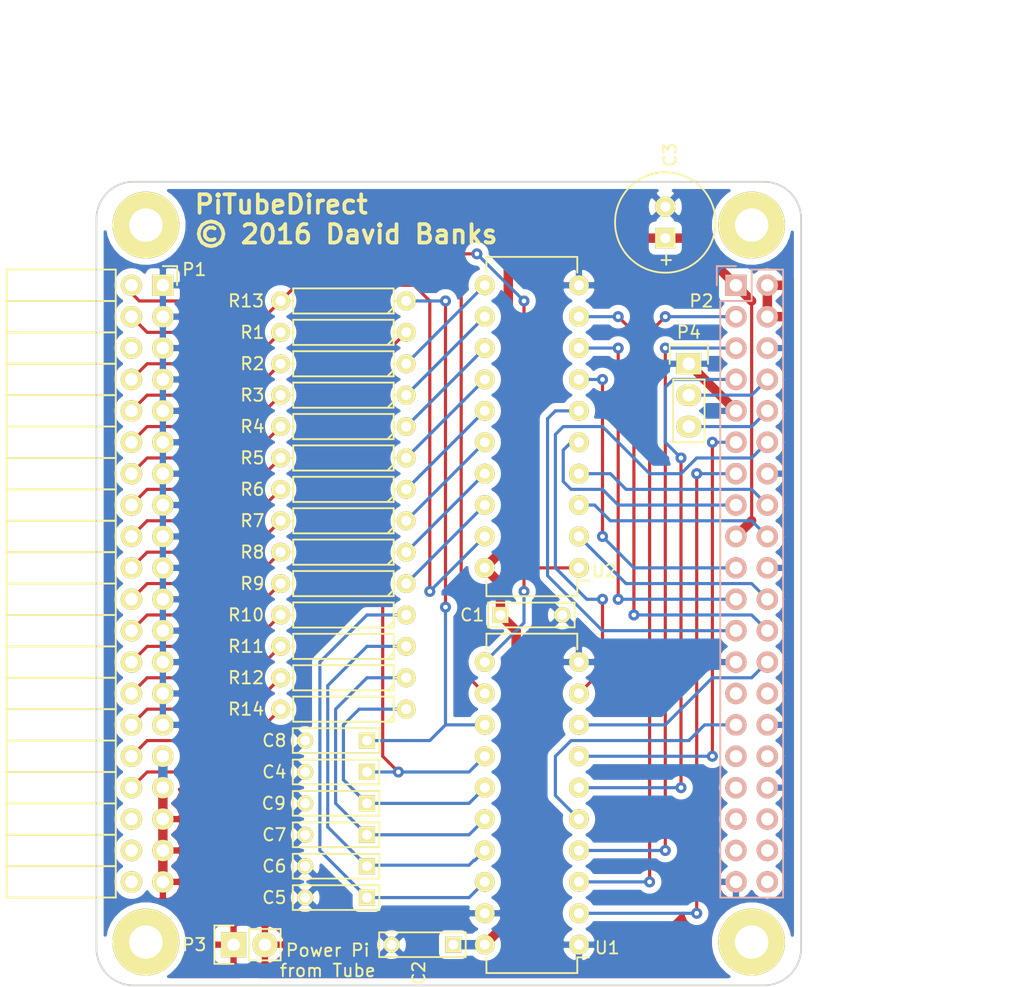
<source format=kicad_pcb>
(kicad_pcb (version 4) (host pcbnew 4.0.2+e4-6225~38~ubuntu14.04.1-stable)
  (layers (0 Top signal) (31 Bottom signal) (34 B.Paste user hide) (35 F.Paste user hide) (36 B.SilkS user) (37 F.SilkS user) (38 B.Mask user hide) (39 F.Mask user hide) (44 Edge.Cuts user))
  (net 0 "")
  (net 1 VCC)
  (net 2 GND)
  (net 3 /tnRST)
  (net 4 /TA0)
  (net 5 /TA1)
  (net 6 /TA2)
  (net 7 /TRnW)
  (net 8 /TPHI2)
  (net 9 "Net-(P1-Pad6)")
  (net 10 /TnTUBE)
  (net 11 "Net-(P1-Pad10)")
  (net 12 "Net-(P1-Pad12)")
  (net 13 "Net-(P1-Pad14)")
  (net 14 "Net-(P1-Pad16)")
  (net 15 "Net-(P1-Pad18)")
  (net 16 "Net-(P1-Pad20)")
  (net 17 "Net-(P1-Pad22)")
  (net 18 "Net-(P1-Pad24)")
  (net 19 "Net-(P1-Pad26)")
  (net 20 "Net-(P1-Pad28)")
  (net 21 "Net-(P1-Pad30)")
  (net 22 +5V)
  (net 23 "Net-(P1-Pad32)")
  (net 24 "Net-(P1-Pad34)")
  (net 25 "Net-(P1-Pad36)")
  (net 26 "Net-(P1-Pad38)")
  (net 27 "Net-(P1-Pad40)")
  (net 28 "Net-(P2-Pad2)")
  (net 29 /A1)
  (net 30 /A2)
  (net 31 /nRST)
  (net 32 "Net-(P2-Pad8)")
  (net 33 "Net-(P2-Pad10)")
  (net 34 /nTUBE)
  (net 35 /RnW)
  (net 36 /A0)
  (net 37 /D4)
  (net 38 /D5)
  (net 39 /D6)
  (net 40 /D2)
  (net 41 /D1)
  (net 42 /D7)
  (net 43 /D3)
  (net 44 /D0)
  (net 45 /PHI2)
  (net 46 /TD0)
  (net 47 /TD1)
  (net 48 /TD2)
  (net 49 /TD3)
  (net 50 /TD4)
  (net 51 /TD5)
  (net 52 /TD6)
  (net 53 /TD7)
  (net 54 "Net-(P1-Pad8)")
  (net 55 "Net-(P2-Pad27)")
  (net 56 "Net-(P2-Pad28)")
  (net 57 "Net-(P2-Pad31)")
  (net 58 "Net-(P2-Pad32)")
  (net 59 "Net-(P2-Pad33)")
  (net 60 "Net-(P2-Pad35)")
  (net 61 "Net-(P2-Pad36)")
  (net 62 "Net-(P2-Pad37)")
  (net 63 "Net-(P2-Pad38)")
  (net 64 "Net-(P2-Pad40)")
  (net 65 /TA3)
  (net 66 /A3)
  (module Capacitors_ThroughHole:C_Rect_L7_W2_P5 (layer Top) (at 138.43 117.475 180)
    (fp_text reference C4 (at 7.493 0 180) (layer F.SilkS))
    (fp_text value 4n7)
    (pad 1 thru_hole rect (at 0 0 180) (size 1.3 1.3) (drill 0.8) (layers *.Cu *.Mask F.SilkS) (net 3 /tnRST))
    (pad 2 thru_hole circle (at 5 0 180) (size 1.3 1.3) (drill 0.8) (layers *.Cu *.Mask F.SilkS) (net 2 GND))
  )
  (module Pin_Headers:Pin_Header_Straight_1x03 (layer Top) (at 164.465 84.455)
    (fp_text reference P4 (at 0 -2.54) (layer F.SilkS))
    (fp_text value CONN_01X03)
    (pad 1 thru_hole rect (at 0 0) (size 2.032 1.7272) (drill 1.016) (layers *.Cu *.Mask F.SilkS) (net 2 GND))
    (pad 2 thru_hole oval (at 0 2.54) (size 2.032 1.7272) (drill 1.016) (layers *.Cu *.Mask F.SilkS) (net 32 "Net-(P2-Pad8)"))
    (pad 3 thru_hole oval (at 0 5.08) (size 2.032 1.7272) (drill 1.016) (layers *.Cu *.Mask F.SilkS) (net 33 "Net-(P2-Pad10)"))
  )
  (module Discret:C1V8 (layer Top) (at 162.56 73.025 90)
    (fp_text reference C3 (at 5.461 0.381 90) (layer F.SilkS))
    (fp_text value 22u)
    (fp_text user + (at -3.04546 0 90) (layer F.SilkS))
    (pad 1 thru_hole rect (at -1.27 0 90) (size 1.651 1.651) (drill 0.8128) (layers *.Cu *.Mask F.SilkS) (net 1 VCC))
    (pad 2 thru_hole circle (at 1.27 0 90) (size 1.651 1.651) (drill 0.8128) (layers *.Cu *.Mask F.SilkS) (net 2 GND))
  )
  (module Capacitors_ThroughHole:C_Rect_L7_W2_P5 (layer Top) (at 145.415 131.445 180)
    (fp_text reference C2 (at 2.794 -2.286 270) (layer F.SilkS))
    (fp_text value 100n)
    (pad 1 thru_hole rect (at 0 0 180) (size 1.3 1.3) (drill 0.8) (layers *.Cu *.Mask F.SilkS) (net 1 VCC))
    (pad 2 thru_hole circle (at 5 0 180) (size 1.3 1.3) (drill 0.8) (layers *.Cu *.Mask F.SilkS) (net 2 GND))
  )
  (module Housings_DIP:DIP-20_W7.62mm (layer Top) (at 155.575 100.965 180)
    (fp_text reference U2 (at -2.032 -0.254 180) (layer F.SilkS))
    (fp_text value 74LVC245AN)
    (pad 1 thru_hole oval (at 0 0 180) (size 1.6 1.6) (drill 0.8) (layers *.Cu *.Mask F.SilkS) (net 7 /TRnW))
    (pad 2 thru_hole oval (at 0 2.54 180) (size 1.6 1.6) (drill 0.8) (layers *.Cu *.Mask F.SilkS) (net 42 /D7))
    (pad 3 thru_hole oval (at 0 5.08 180) (size 1.6 1.6) (drill 0.8) (layers *.Cu *.Mask F.SilkS) (net 39 /D6))
    (pad 4 thru_hole oval (at 0 7.62 180) (size 1.6 1.6) (drill 0.8) (layers *.Cu *.Mask F.SilkS) (net 38 /D5))
    (pad 5 thru_hole oval (at 0 10.16 180) (size 1.6 1.6) (drill 0.8) (layers *.Cu *.Mask F.SilkS) (net 37 /D4))
    (pad 6 thru_hole oval (at 0 12.7 180) (size 1.6 1.6) (drill 0.8) (layers *.Cu *.Mask F.SilkS) (net 43 /D3))
    (pad 7 thru_hole oval (at 0 15.24 180) (size 1.6 1.6) (drill 0.8) (layers *.Cu *.Mask F.SilkS) (net 40 /D2))
    (pad 8 thru_hole oval (at 0 17.78 180) (size 1.6 1.6) (drill 0.8) (layers *.Cu *.Mask F.SilkS) (net 41 /D1))
    (pad 9 thru_hole oval (at 0 20.32 180) (size 1.6 1.6) (drill 0.8) (layers *.Cu *.Mask F.SilkS) (net 44 /D0))
    (pad 10 thru_hole oval (at 0 22.86 180) (size 1.6 1.6) (drill 0.8) (layers *.Cu *.Mask F.SilkS) (net 2 GND))
    (pad 11 thru_hole oval (at 7.62 22.86 180) (size 1.6 1.6) (drill 0.8) (layers *.Cu *.Mask F.SilkS) (net 46 /TD0))
    (pad 12 thru_hole oval (at 7.62 20.32 180) (size 1.6 1.6) (drill 0.8) (layers *.Cu *.Mask F.SilkS) (net 47 /TD1))
    (pad 13 thru_hole oval (at 7.62 17.78 180) (size 1.6 1.6) (drill 0.8) (layers *.Cu *.Mask F.SilkS) (net 48 /TD2))
    (pad 14 thru_hole oval (at 7.62 15.24 180) (size 1.6 1.6) (drill 0.8) (layers *.Cu *.Mask F.SilkS) (net 49 /TD3))
    (pad 15 thru_hole oval (at 7.62 12.7 180) (size 1.6 1.6) (drill 0.8) (layers *.Cu *.Mask F.SilkS) (net 50 /TD4))
    (pad 16 thru_hole oval (at 7.62 10.16 180) (size 1.6 1.6) (drill 0.8) (layers *.Cu *.Mask F.SilkS) (net 51 /TD5))
    (pad 17 thru_hole oval (at 7.62 7.62 180) (size 1.6 1.6) (drill 0.8) (layers *.Cu *.Mask F.SilkS) (net 52 /TD6))
    (pad 18 thru_hole oval (at 7.62 5.08 180) (size 1.6 1.6) (drill 0.8) (layers *.Cu *.Mask F.SilkS) (net 53 /TD7))
    (pad 19 thru_hole oval (at 7.62 2.54 180) (size 1.6 1.6) (drill 0.8) (layers *.Cu *.Mask F.SilkS) (net 54 "Net-(P1-Pad8)"))
    (pad 20 thru_hole oval (at 7.62 0 180) (size 1.6 1.6) (drill 0.8) (layers *.Cu *.Mask F.SilkS) (net 1 VCC))
  )
  (module Capacitors_ThroughHole:C_Rect_L7_W2_P5 (layer Top) (at 149.225 104.775)
    (fp_text reference C1 (at -2.286 0) (layer F.SilkS))
    (fp_text value 100n)
    (pad 1 thru_hole rect (at 0 0) (size 1.3 1.3) (drill 0.8) (layers *.Cu *.Mask F.SilkS) (net 1 VCC))
    (pad 2 thru_hole circle (at 5 0) (size 1.3 1.3) (drill 0.8) (layers *.Cu *.Mask F.SilkS) (net 2 GND))
  )
  (module Pin_Headers:Pin_Header_Straight_1x02 (layer Top) (at 127.635 131.445 90)
    (fp_text reference P3 (at 0 -3.175 360) (layer F.SilkS))
    (fp_text value CONN_01X02)
    (pad 1 thru_hole rect (at 0 0 90) (size 2.032 2.032) (drill 1.016) (layers *.Cu *.Mask F.SilkS) (net 22 +5V))
    (pad 2 thru_hole oval (at 0 2.54 90) (size 2.032 2.032) (drill 1.016) (layers *.Cu *.Mask F.SilkS) (net 28 "Net-(P2-Pad2)"))
  )
  (module Housings_DIP:DIP-20_W7.62mm (layer Top) (at 155.575 131.445 180)
    (fp_text reference U1 (at -2.286 -0.254 180) (layer F.SilkS))
    (fp_text value 74LVC245AN)
    (pad 1 thru_hole oval (at 0 0 180) (size 1.6 1.6) (drill 0.8) (layers *.Cu *.Mask F.SilkS) (net 2 GND))
    (pad 2 thru_hole oval (at 0 2.54 180) (size 1.6 1.6) (drill 0.8) (layers *.Cu *.Mask F.SilkS) (net 36 /A0))
    (pad 3 thru_hole oval (at 0 5.08 180) (size 1.6 1.6) (drill 0.8) (layers *.Cu *.Mask F.SilkS) (net 29 /A1))
    (pad 4 thru_hole oval (at 0 7.62 180) (size 1.6 1.6) (drill 0.8) (layers *.Cu *.Mask F.SilkS) (net 30 /A2))
    (pad 5 thru_hole oval (at 0 10.16 180) (size 1.6 1.6) (drill 0.8) (layers *.Cu *.Mask F.SilkS) (net 66 /A3))
    (pad 6 thru_hole oval (at 0 12.7 180) (size 1.6 1.6) (drill 0.8) (layers *.Cu *.Mask F.SilkS) (net 31 /nRST))
    (pad 7 thru_hole oval (at 0 15.24 180) (size 1.6 1.6) (drill 0.8) (layers *.Cu *.Mask F.SilkS) (net 34 /nTUBE))
    (pad 8 thru_hole oval (at 0 17.78 180) (size 1.6 1.6) (drill 0.8) (layers *.Cu *.Mask F.SilkS) (net 45 /PHI2))
    (pad 9 thru_hole oval (at 0 20.32 180) (size 1.6 1.6) (drill 0.8) (layers *.Cu *.Mask F.SilkS) (net 35 /RnW))
    (pad 10 thru_hole oval (at 0 22.86 180) (size 1.6 1.6) (drill 0.8) (layers *.Cu *.Mask F.SilkS) (net 2 GND))
    (pad 11 thru_hole oval (at 7.62 22.86 180) (size 1.6 1.6) (drill 0.8) (layers *.Cu *.Mask F.SilkS) (net 7 /TRnW))
    (pad 12 thru_hole oval (at 7.62 20.32 180) (size 1.6 1.6) (drill 0.8) (layers *.Cu *.Mask F.SilkS) (net 8 /TPHI2))
    (pad 13 thru_hole oval (at 7.62 17.78 180) (size 1.6 1.6) (drill 0.8) (layers *.Cu *.Mask F.SilkS) (net 10 /TnTUBE))
    (pad 14 thru_hole oval (at 7.62 15.24 180) (size 1.6 1.6) (drill 0.8) (layers *.Cu *.Mask F.SilkS) (net 3 /tnRST))
    (pad 15 thru_hole oval (at 7.62 12.7 180) (size 1.6 1.6) (drill 0.8) (layers *.Cu *.Mask F.SilkS) (net 65 /TA3))
    (pad 16 thru_hole oval (at 7.62 10.16 180) (size 1.6 1.6) (drill 0.8) (layers *.Cu *.Mask F.SilkS) (net 6 /TA2))
    (pad 17 thru_hole oval (at 7.62 7.62 180) (size 1.6 1.6) (drill 0.8) (layers *.Cu *.Mask F.SilkS) (net 5 /TA1))
    (pad 18 thru_hole oval (at 7.62 5.08 180) (size 1.6 1.6) (drill 0.8) (layers *.Cu *.Mask F.SilkS) (net 4 /TA0))
    (pad 19 thru_hole oval (at 7.62 2.54 180) (size 1.6 1.6) (drill 0.8) (layers *.Cu *.Mask F.SilkS) (net 2 GND))
    (pad 20 thru_hole oval (at 7.62 0 180) (size 1.6 1.6) (drill 0.8) (layers *.Cu *.Mask F.SilkS) (net 1 VCC))
  )
  (module Capacitors_ThroughHole:C_Rect_L7_W2_P5 (layer Top) (at 138.43 125.095 180)
    (fp_text reference C6 (at 7.493 0 180) (layer F.SilkS))
    (fp_text value 15p)
    (pad 1 thru_hole rect (at 0 0 180) (size 1.3 1.3) (drill 0.8) (layers *.Cu *.Mask F.SilkS) (net 5 /TA1))
    (pad 2 thru_hole circle (at 5 0 180) (size 1.3 1.3) (drill 0.8) (layers *.Cu *.Mask F.SilkS) (net 2 GND))
  )
  (module Capacitors_ThroughHole:C_Rect_L7_W2_P5 (layer Top) (at 138.43 127.635 180)
    (fp_text reference C5 (at 7.493 0 180) (layer F.SilkS))
    (fp_text value 15p)
    (pad 1 thru_hole rect (at 0 0 180) (size 1.3 1.3) (drill 0.8) (layers *.Cu *.Mask F.SilkS) (net 4 /TA0))
    (pad 2 thru_hole circle (at 5 0 180) (size 1.3 1.3) (drill 0.8) (layers *.Cu *.Mask F.SilkS) (net 2 GND))
  )
  (module Capacitors_ThroughHole:C_Rect_L7_W2_P5 (layer Top) (at 138.43 122.555 180)
    (fp_text reference C7 (at 7.493 0 180) (layer F.SilkS))
    (fp_text value 15p)
    (pad 1 thru_hole rect (at 0 0 180) (size 1.3 1.3) (drill 0.8) (layers *.Cu *.Mask F.SilkS) (net 6 /TA2))
    (pad 2 thru_hole circle (at 5 0 180) (size 1.3 1.3) (drill 0.8) (layers *.Cu *.Mask F.SilkS) (net 2 GND))
  )
  (module Capacitors_ThroughHole:C_Rect_L7_W2_P5 (layer Top) (at 138.43 114.935 180)
    (fp_text reference C8 (at 7.493 0 180) (layer F.SilkS))
    (fp_text value 15p)
    (pad 1 thru_hole rect (at 0 0 180) (size 1.3 1.3) (drill 0.8) (layers *.Cu *.Mask F.SilkS) (net 10 /TnTUBE))
    (pad 2 thru_hole circle (at 5 0 180) (size 1.3 1.3) (drill 0.8) (layers *.Cu *.Mask F.SilkS) (net 2 GND))
  )
  (module Mounting_Holes:MountingHole_2.7mm_M2.5_Pad (layer Top) (at 169.545 73.235)
    (fp_text reference REF** hide)
    (fp_text value MountingHole_2.7mm_M2.5_Pad)
    (pad 1 thru_hole circle (at 0 0) (size 5.4 5.4) (drill 2.7) (layers *.Cu *.Mask F.SilkS))
  )
  (module Mounting_Holes:MountingHole_2.7mm_M2.5_Pad (layer Top) (at 169.545 131.235)
    (fp_text reference REF** hide)
    (fp_text value MountingHole_2.7mm_M2.5_Pad)
    (pad 1 thru_hole circle (at 0 0) (size 5.4 5.4) (drill 2.7) (layers *.Cu *.Mask F.SilkS))
  )
  (module Mounting_Holes:MountingHole_2.7mm_M2.5_Pad (layer Top) (at 120.545 73.235)
    (fp_text reference REF** hide)
    (fp_text value MountingHole_2.7mm_M2.5_Pad)
    (pad 1 thru_hole circle (at 0 0) (size 5.4 5.4) (drill 2.7) (layers *.Cu *.Mask F.SilkS))
  )
  (module Mounting_Holes:MountingHole_2.7mm_M2.5_Pad (layer Top) (at 120.545 131.235)
    (fp_text reference REF** hide)
    (fp_text value MountingHole_2.7mm_M2.5_Pad)
    (pad 1 thru_hole circle (at 0 0) (size 5.4 5.4) (drill 2.7) (layers *.Cu *.Mask F.SilkS))
  )
  (module Discret:R4 (layer Top) (at 136.525 81.915 180)
    (fp_text reference R1 (at 7.366 0 180) (layer F.SilkS))
    (fp_text value 470)
    (pad 1 thru_hole circle (at -5.08 0 180) (size 1.524 1.524) (drill 0.8128) (layers *.Cu *.Mask F.SilkS) (net 3 /tnRST))
    (pad 2 thru_hole circle (at 5.08 0 180) (size 1.524 1.524) (drill 0.8128) (layers *.Cu *.Mask F.SilkS) (net 11 "Net-(P1-Pad10)"))
  )
  (module Discret:R4 (layer Top) (at 136.525 84.455 180)
    (fp_text reference R2 (at 7.366 0 180) (layer F.SilkS))
    (fp_text value 100)
    (pad 1 thru_hole circle (at -5.08 0 180) (size 1.524 1.524) (drill 0.8128) (layers *.Cu *.Mask F.SilkS) (net 46 /TD0))
    (pad 2 thru_hole circle (at 5.08 0 180) (size 1.524 1.524) (drill 0.8128) (layers *.Cu *.Mask F.SilkS) (net 12 "Net-(P1-Pad12)"))
  )
  (module Discret:R4 (layer Top) (at 136.525 86.995 180)
    (fp_text reference R3 (at 7.366 0 180) (layer F.SilkS))
    (fp_text value 100)
    (pad 1 thru_hole circle (at -5.08 0 180) (size 1.524 1.524) (drill 0.8128) (layers *.Cu *.Mask F.SilkS) (net 47 /TD1))
    (pad 2 thru_hole circle (at 5.08 0 180) (size 1.524 1.524) (drill 0.8128) (layers *.Cu *.Mask F.SilkS) (net 13 "Net-(P1-Pad14)"))
  )
  (module Discret:R4 (layer Top) (at 136.525 89.535 180)
    (fp_text reference R4 (at 7.366 0 180) (layer F.SilkS))
    (fp_text value 100)
    (pad 1 thru_hole circle (at -5.08 0 180) (size 1.524 1.524) (drill 0.8128) (layers *.Cu *.Mask F.SilkS) (net 48 /TD2))
    (pad 2 thru_hole circle (at 5.08 0 180) (size 1.524 1.524) (drill 0.8128) (layers *.Cu *.Mask F.SilkS) (net 14 "Net-(P1-Pad16)"))
  )
  (module Discret:R4 (layer Top) (at 136.525 92.075 180)
    (fp_text reference R5 (at 7.366 0 180) (layer F.SilkS))
    (fp_text value 100)
    (pad 1 thru_hole circle (at -5.08 0 180) (size 1.524 1.524) (drill 0.8128) (layers *.Cu *.Mask F.SilkS) (net 49 /TD3))
    (pad 2 thru_hole circle (at 5.08 0 180) (size 1.524 1.524) (drill 0.8128) (layers *.Cu *.Mask F.SilkS) (net 15 "Net-(P1-Pad18)"))
  )
  (module Discret:R4 (layer Top) (at 136.525 94.615 180)
    (fp_text reference R6 (at 7.366 0 180) (layer F.SilkS))
    (fp_text value 100)
    (pad 1 thru_hole circle (at -5.08 0 180) (size 1.524 1.524) (drill 0.8128) (layers *.Cu *.Mask F.SilkS) (net 50 /TD4))
    (pad 2 thru_hole circle (at 5.08 0 180) (size 1.524 1.524) (drill 0.8128) (layers *.Cu *.Mask F.SilkS) (net 16 "Net-(P1-Pad20)"))
  )
  (module Discret:R4 (layer Top) (at 136.525 97.155 180)
    (fp_text reference R7 (at 7.366 0 180) (layer F.SilkS))
    (fp_text value 100)
    (pad 1 thru_hole circle (at -5.08 0 180) (size 1.524 1.524) (drill 0.8128) (layers *.Cu *.Mask F.SilkS) (net 51 /TD5))
    (pad 2 thru_hole circle (at 5.08 0 180) (size 1.524 1.524) (drill 0.8128) (layers *.Cu *.Mask F.SilkS) (net 17 "Net-(P1-Pad22)"))
  )
  (module Discret:R4 (layer Top) (at 136.525 99.695 180)
    (fp_text reference R8 (at 7.366 0 180) (layer F.SilkS))
    (fp_text value 100)
    (pad 1 thru_hole circle (at -5.08 0 180) (size 1.524 1.524) (drill 0.8128) (layers *.Cu *.Mask F.SilkS) (net 52 /TD6))
    (pad 2 thru_hole circle (at 5.08 0 180) (size 1.524 1.524) (drill 0.8128) (layers *.Cu *.Mask F.SilkS) (net 18 "Net-(P1-Pad24)"))
  )
  (module Discret:R4 (layer Top) (at 136.525 102.235 180)
    (fp_text reference R9 (at 7.366 0 180) (layer F.SilkS))
    (fp_text value 100)
    (pad 1 thru_hole circle (at -5.08 0 180) (size 1.524 1.524) (drill 0.8128) (layers *.Cu *.Mask F.SilkS) (net 53 /TD7))
    (pad 2 thru_hole circle (at 5.08 0 180) (size 1.524 1.524) (drill 0.8128) (layers *.Cu *.Mask F.SilkS) (net 19 "Net-(P1-Pad26)"))
  )
  (module Discret:R4 (layer Top) (at 136.525 104.775 180)
    (fp_text reference R10 (at 7.874 0 180) (layer F.SilkS))
    (fp_text value 470)
    (pad 1 thru_hole circle (at -5.08 0 180) (size 1.524 1.524) (drill 0.8128) (layers *.Cu *.Mask F.SilkS) (net 4 /TA0))
    (pad 2 thru_hole circle (at 5.08 0 180) (size 1.524 1.524) (drill 0.8128) (layers *.Cu *.Mask F.SilkS) (net 20 "Net-(P1-Pad28)"))
  )
  (module Discret:R4 (layer Top) (at 136.525 107.315 180)
    (fp_text reference R11 (at 7.874 0 180) (layer F.SilkS))
    (fp_text value 470)
    (pad 1 thru_hole circle (at -5.08 0 180) (size 1.524 1.524) (drill 0.8128) (layers *.Cu *.Mask F.SilkS) (net 5 /TA1))
    (pad 2 thru_hole circle (at 5.08 0 180) (size 1.524 1.524) (drill 0.8128) (layers *.Cu *.Mask F.SilkS) (net 21 "Net-(P1-Pad30)"))
  )
  (module Discret:R4 (layer Top) (at 136.525 109.855 180)
    (fp_text reference R12 (at 7.874 0 180) (layer F.SilkS))
    (fp_text value 470)
    (pad 1 thru_hole circle (at -5.08 0 180) (size 1.524 1.524) (drill 0.8128) (layers *.Cu *.Mask F.SilkS) (net 6 /TA2))
    (pad 2 thru_hole circle (at 5.08 0 180) (size 1.524 1.524) (drill 0.8128) (layers *.Cu *.Mask F.SilkS) (net 23 "Net-(P1-Pad32)"))
  )
  (module Discret:R4 (layer Top) (at 136.525 79.375 180)
    (fp_text reference R13 (at 7.874 0 180) (layer F.SilkS))
    (fp_text value 470)
    (pad 1 thru_hole circle (at -5.08 0 180) (size 1.524 1.524) (drill 0.8128) (layers *.Cu *.Mask F.SilkS) (net 10 /TnTUBE))
    (pad 2 thru_hole circle (at 5.08 0 180) (size 1.524 1.524) (drill 0.8128) (layers *.Cu *.Mask F.SilkS) (net 54 "Net-(P1-Pad8)"))
  )
  (module Socket_Strips:Socket_Strip_Straight_2x20 (layer Bottom) (at 168.275 78.105 270)
    (fp_text reference P2 (at 1.27 2.794 360) (layer F.SilkS))
    (fp_text value CONN_02X20)
    (pad 1 thru_hole rect (at 0 0 270) (size 1.7272 1.7272) (drill 1.016) (layers *.Cu *.Mask B.SilkS) (net 1 VCC))
    (pad 2 thru_hole oval (at 0 -2.54 270) (size 1.7272 1.7272) (drill 1.016) (layers *.Cu *.Mask B.SilkS) (net 28 "Net-(P2-Pad2)"))
    (pad 3 thru_hole oval (at 2.54 0 270) (size 1.7272 1.7272) (drill 1.016) (layers *.Cu *.Mask B.SilkS) (net 29 /A1))
    (pad 4 thru_hole oval (at 2.54 -2.54 270) (size 1.7272 1.7272) (drill 1.016) (layers *.Cu *.Mask B.SilkS) (net 28 "Net-(P2-Pad2)"))
    (pad 5 thru_hole oval (at 5.08 0 270) (size 1.7272 1.7272) (drill 1.016) (layers *.Cu *.Mask B.SilkS) (net 30 /A2))
    (pad 6 thru_hole oval (at 5.08 -2.54 270) (size 1.7272 1.7272) (drill 1.016) (layers *.Cu *.Mask B.SilkS) (net 2 GND))
    (pad 7 thru_hole oval (at 7.62 0 270) (size 1.7272 1.7272) (drill 1.016) (layers *.Cu *.Mask B.SilkS) (net 31 /nRST))
    (pad 8 thru_hole oval (at 7.62 -2.54 270) (size 1.7272 1.7272) (drill 1.016) (layers *.Cu *.Mask B.SilkS) (net 32 "Net-(P2-Pad8)"))
    (pad 9 thru_hole oval (at 10.16 0 270) (size 1.7272 1.7272) (drill 1.016) (layers *.Cu *.Mask B.SilkS) (net 2 GND))
    (pad 10 thru_hole oval (at 10.16 -2.54 270) (size 1.7272 1.7272) (drill 1.016) (layers *.Cu *.Mask B.SilkS) (net 33 "Net-(P2-Pad10)"))
    (pad 11 thru_hole oval (at 12.7 0 270) (size 1.7272 1.7272) (drill 1.016) (layers *.Cu *.Mask B.SilkS) (net 34 /nTUBE))
    (pad 12 thru_hole oval (at 12.7 -2.54 270) (size 1.7272 1.7272) (drill 1.016) (layers *.Cu *.Mask B.SilkS) (net 35 /RnW))
    (pad 13 thru_hole oval (at 15.24 0 270) (size 1.7272 1.7272) (drill 1.016) (layers *.Cu *.Mask B.SilkS) (net 36 /A0))
    (pad 14 thru_hole oval (at 15.24 -2.54 270) (size 1.7272 1.7272) (drill 1.016) (layers *.Cu *.Mask B.SilkS) (net 2 GND))
    (pad 15 thru_hole oval (at 17.78 0 270) (size 1.7272 1.7272) (drill 1.016) (layers *.Cu *.Mask B.SilkS) (net 37 /D4))
    (pad 16 thru_hole oval (at 17.78 -2.54 270) (size 1.7272 1.7272) (drill 1.016) (layers *.Cu *.Mask B.SilkS) (net 38 /D5))
    (pad 17 thru_hole oval (at 20.32 0 270) (size 1.7272 1.7272) (drill 1.016) (layers *.Cu *.Mask B.SilkS) (net 1 VCC))
    (pad 18 thru_hole oval (at 20.32 -2.54 270) (size 1.7272 1.7272) (drill 1.016) (layers *.Cu *.Mask B.SilkS) (net 39 /D6))
    (pad 19 thru_hole oval (at 22.86 0 270) (size 1.7272 1.7272) (drill 1.016) (layers *.Cu *.Mask B.SilkS) (net 40 /D2))
    (pad 20 thru_hole oval (at 22.86 -2.54 270) (size 1.7272 1.7272) (drill 1.016) (layers *.Cu *.Mask B.SilkS) (net 2 GND))
    (pad 21 thru_hole oval (at 25.4 0 270) (size 1.7272 1.7272) (drill 1.016) (layers *.Cu *.Mask B.SilkS) (net 41 /D1))
    (pad 22 thru_hole oval (at 25.4 -2.54 270) (size 1.7272 1.7272) (drill 1.016) (layers *.Cu *.Mask B.SilkS) (net 42 /D7))
    (pad 23 thru_hole oval (at 27.94 0 270) (size 1.7272 1.7272) (drill 1.016) (layers *.Cu *.Mask B.SilkS) (net 43 /D3))
    (pad 24 thru_hole oval (at 27.94 -2.54 270) (size 1.7272 1.7272) (drill 1.016) (layers *.Cu *.Mask B.SilkS) (net 44 /D0))
    (pad 25 thru_hole oval (at 30.48 0 270) (size 1.7272 1.7272) (drill 1.016) (layers *.Cu *.Mask B.SilkS) (net 2 GND))
    (pad 26 thru_hole oval (at 30.48 -2.54 270) (size 1.7272 1.7272) (drill 1.016) (layers *.Cu *.Mask B.SilkS) (net 45 /PHI2))
    (pad 27 thru_hole oval (at 33.02 0 270) (size 1.7272 1.7272) (drill 1.016) (layers *.Cu *.Mask B.SilkS) (net 55 "Net-(P2-Pad27)"))
    (pad 28 thru_hole oval (at 33.02 -2.54 270) (size 1.7272 1.7272) (drill 1.016) (layers *.Cu *.Mask B.SilkS) (net 56 "Net-(P2-Pad28)"))
    (pad 29 thru_hole oval (at 35.56 0 270) (size 1.7272 1.7272) (drill 1.016) (layers *.Cu *.Mask B.SilkS) (net 66 /A3))
    (pad 30 thru_hole oval (at 35.56 -2.54 270) (size 1.7272 1.7272) (drill 1.016) (layers *.Cu *.Mask B.SilkS) (net 2 GND))
    (pad 31 thru_hole oval (at 38.1 0 270) (size 1.7272 1.7272) (drill 1.016) (layers *.Cu *.Mask B.SilkS) (net 57 "Net-(P2-Pad31)"))
    (pad 32 thru_hole oval (at 38.1 -2.54 270) (size 1.7272 1.7272) (drill 1.016) (layers *.Cu *.Mask B.SilkS) (net 58 "Net-(P2-Pad32)"))
    (pad 33 thru_hole oval (at 40.64 0 270) (size 1.7272 1.7272) (drill 1.016) (layers *.Cu *.Mask B.SilkS) (net 59 "Net-(P2-Pad33)"))
    (pad 34 thru_hole oval (at 40.64 -2.54 270) (size 1.7272 1.7272) (drill 1.016) (layers *.Cu *.Mask B.SilkS) (net 2 GND))
    (pad 35 thru_hole oval (at 43.18 0 270) (size 1.7272 1.7272) (drill 1.016) (layers *.Cu *.Mask B.SilkS) (net 60 "Net-(P2-Pad35)"))
    (pad 36 thru_hole oval (at 43.18 -2.54 270) (size 1.7272 1.7272) (drill 1.016) (layers *.Cu *.Mask B.SilkS) (net 61 "Net-(P2-Pad36)"))
    (pad 37 thru_hole oval (at 45.72 0 270) (size 1.7272 1.7272) (drill 1.016) (layers *.Cu *.Mask B.SilkS) (net 62 "Net-(P2-Pad37)"))
    (pad 38 thru_hole oval (at 45.72 -2.54 270) (size 1.7272 1.7272) (drill 1.016) (layers *.Cu *.Mask B.SilkS) (net 63 "Net-(P2-Pad38)"))
    (pad 39 thru_hole oval (at 48.26 0 270) (size 1.7272 1.7272) (drill 1.016) (layers *.Cu *.Mask B.SilkS) (net 2 GND))
    (pad 40 thru_hole oval (at 48.26 -2.54 270) (size 1.7272 1.7272) (drill 1.016) (layers *.Cu *.Mask B.SilkS) (net 64 "Net-(P2-Pad40)"))
  )
  (module Socket_Strips:Socket_Strip_Angled_2x20 (layer Top) (at 121.92 78.105 270)
    (fp_text reference P1 (at -1.27 -2.54 360) (layer F.SilkS))
    (fp_text value CONN_02X20)
    (pad 1 thru_hole rect (at 0 0 270) (size 1.7272 1.7272) (drill 1.016) (layers *.Cu *.Mask F.SilkS) (net 2 GND))
    (pad 2 thru_hole oval (at 0 2.54 270) (size 1.7272 1.7272) (drill 1.016) (layers *.Cu *.Mask F.SilkS) (net 7 /TRnW))
    (pad 3 thru_hole oval (at 2.54 0 270) (size 1.7272 1.7272) (drill 1.016) (layers *.Cu *.Mask F.SilkS) (net 2 GND))
    (pad 4 thru_hole oval (at 2.54 2.54 270) (size 1.7272 1.7272) (drill 1.016) (layers *.Cu *.Mask F.SilkS) (net 8 /TPHI2))
    (pad 5 thru_hole oval (at 5.08 0 270) (size 1.7272 1.7272) (drill 1.016) (layers *.Cu *.Mask F.SilkS) (net 2 GND))
    (pad 6 thru_hole oval (at 5.08 2.54 270) (size 1.7272 1.7272) (drill 1.016) (layers *.Cu *.Mask F.SilkS) (net 9 "Net-(P1-Pad6)"))
    (pad 7 thru_hole oval (at 7.62 0 270) (size 1.7272 1.7272) (drill 1.016) (layers *.Cu *.Mask F.SilkS) (net 2 GND))
    (pad 8 thru_hole oval (at 7.62 2.54 270) (size 1.7272 1.7272) (drill 1.016) (layers *.Cu *.Mask F.SilkS) (net 54 "Net-(P1-Pad8)"))
    (pad 9 thru_hole oval (at 10.16 0 270) (size 1.7272 1.7272) (drill 1.016) (layers *.Cu *.Mask F.SilkS) (net 2 GND))
    (pad 10 thru_hole oval (at 10.16 2.54 270) (size 1.7272 1.7272) (drill 1.016) (layers *.Cu *.Mask F.SilkS) (net 11 "Net-(P1-Pad10)"))
    (pad 11 thru_hole oval (at 12.7 0 270) (size 1.7272 1.7272) (drill 1.016) (layers *.Cu *.Mask F.SilkS) (net 2 GND))
    (pad 12 thru_hole oval (at 12.7 2.54 270) (size 1.7272 1.7272) (drill 1.016) (layers *.Cu *.Mask F.SilkS) (net 12 "Net-(P1-Pad12)"))
    (pad 13 thru_hole oval (at 15.24 0 270) (size 1.7272 1.7272) (drill 1.016) (layers *.Cu *.Mask F.SilkS) (net 2 GND))
    (pad 14 thru_hole oval (at 15.24 2.54 270) (size 1.7272 1.7272) (drill 1.016) (layers *.Cu *.Mask F.SilkS) (net 13 "Net-(P1-Pad14)"))
    (pad 15 thru_hole oval (at 17.78 0 270) (size 1.7272 1.7272) (drill 1.016) (layers *.Cu *.Mask F.SilkS) (net 2 GND))
    (pad 16 thru_hole oval (at 17.78 2.54 270) (size 1.7272 1.7272) (drill 1.016) (layers *.Cu *.Mask F.SilkS) (net 14 "Net-(P1-Pad16)"))
    (pad 17 thru_hole oval (at 20.32 0 270) (size 1.7272 1.7272) (drill 1.016) (layers *.Cu *.Mask F.SilkS) (net 2 GND))
    (pad 18 thru_hole oval (at 20.32 2.54 270) (size 1.7272 1.7272) (drill 1.016) (layers *.Cu *.Mask F.SilkS) (net 15 "Net-(P1-Pad18)"))
    (pad 19 thru_hole oval (at 22.86 0 270) (size 1.7272 1.7272) (drill 1.016) (layers *.Cu *.Mask F.SilkS) (net 2 GND))
    (pad 20 thru_hole oval (at 22.86 2.54 270) (size 1.7272 1.7272) (drill 1.016) (layers *.Cu *.Mask F.SilkS) (net 16 "Net-(P1-Pad20)"))
    (pad 21 thru_hole oval (at 25.4 0 270) (size 1.7272 1.7272) (drill 1.016) (layers *.Cu *.Mask F.SilkS) (net 2 GND))
    (pad 22 thru_hole oval (at 25.4 2.54 270) (size 1.7272 1.7272) (drill 1.016) (layers *.Cu *.Mask F.SilkS) (net 17 "Net-(P1-Pad22)"))
    (pad 23 thru_hole oval (at 27.94 0 270) (size 1.7272 1.7272) (drill 1.016) (layers *.Cu *.Mask F.SilkS) (net 2 GND))
    (pad 24 thru_hole oval (at 27.94 2.54 270) (size 1.7272 1.7272) (drill 1.016) (layers *.Cu *.Mask F.SilkS) (net 18 "Net-(P1-Pad24)"))
    (pad 25 thru_hole oval (at 30.48 0 270) (size 1.7272 1.7272) (drill 1.016) (layers *.Cu *.Mask F.SilkS) (net 2 GND))
    (pad 26 thru_hole oval (at 30.48 2.54 270) (size 1.7272 1.7272) (drill 1.016) (layers *.Cu *.Mask F.SilkS) (net 19 "Net-(P1-Pad26)"))
    (pad 27 thru_hole oval (at 33.02 0 270) (size 1.7272 1.7272) (drill 1.016) (layers *.Cu *.Mask F.SilkS) (net 2 GND))
    (pad 28 thru_hole oval (at 33.02 2.54 270) (size 1.7272 1.7272) (drill 1.016) (layers *.Cu *.Mask F.SilkS) (net 20 "Net-(P1-Pad28)"))
    (pad 29 thru_hole oval (at 35.56 0 270) (size 1.7272 1.7272) (drill 1.016) (layers *.Cu *.Mask F.SilkS) (net 2 GND))
    (pad 30 thru_hole oval (at 35.56 2.54 270) (size 1.7272 1.7272) (drill 1.016) (layers *.Cu *.Mask F.SilkS) (net 21 "Net-(P1-Pad30)"))
    (pad 31 thru_hole oval (at 38.1 0 270) (size 1.7272 1.7272) (drill 1.016) (layers *.Cu *.Mask F.SilkS) (net 22 +5V))
    (pad 32 thru_hole oval (at 38.1 2.54 270) (size 1.7272 1.7272) (drill 1.016) (layers *.Cu *.Mask F.SilkS) (net 23 "Net-(P1-Pad32)"))
    (pad 33 thru_hole oval (at 40.64 0 270) (size 1.7272 1.7272) (drill 1.016) (layers *.Cu *.Mask F.SilkS) (net 22 +5V))
    (pad 34 thru_hole oval (at 40.64 2.54 270) (size 1.7272 1.7272) (drill 1.016) (layers *.Cu *.Mask F.SilkS) (net 24 "Net-(P1-Pad34)"))
    (pad 35 thru_hole oval (at 43.18 0 270) (size 1.7272 1.7272) (drill 1.016) (layers *.Cu *.Mask F.SilkS) (net 22 +5V))
    (pad 36 thru_hole oval (at 43.18 2.54 270) (size 1.7272 1.7272) (drill 1.016) (layers *.Cu *.Mask F.SilkS) (net 25 "Net-(P1-Pad36)"))
    (pad 37 thru_hole oval (at 45.72 0 270) (size 1.7272 1.7272) (drill 1.016) (layers *.Cu *.Mask F.SilkS) (net 22 +5V))
    (pad 38 thru_hole oval (at 45.72 2.54 270) (size 1.7272 1.7272) (drill 1.016) (layers *.Cu *.Mask F.SilkS) (net 26 "Net-(P1-Pad38)"))
    (pad 39 thru_hole oval (at 48.26 0 270) (size 1.7272 1.7272) (drill 1.016) (layers *.Cu *.Mask F.SilkS) (net 22 +5V))
    (pad 40 thru_hole oval (at 48.26 2.54 270) (size 1.7272 1.7272) (drill 1.016) (layers *.Cu *.Mask F.SilkS) (net 27 "Net-(P1-Pad40)"))
  )
  (module Capacitors_ThroughHole:C_Rect_L7_W2_P5 (layer Top) (at 138.43 120.015 180)
    (fp_text reference C9 (at 7.54 0 180) (layer F.SilkS))
    (fp_text value 15p)
    (pad 1 thru_hole rect (at 0 0 180) (size 1.3 1.3) (drill 0.8) (layers *.Cu *.Mask F.SilkS) (net 65 /TA3))
    (pad 2 thru_hole circle (at 5 0 180) (size 1.3 1.3) (drill 0.8) (layers *.Cu *.Mask F.SilkS) (net 2 GND))
  )
  (module Discret:R4 (layer Top) (at 136.525 112.395 180)
    (fp_text reference R14 (at 7.874 0 180) (layer F.SilkS))
    (fp_text value 470)
    (pad 1 thru_hole circle (at -5.08 0 180) (size 1.524 1.524) (drill 0.8128) (layers *.Cu *.Mask F.SilkS) (net 65 /TA3))
    (pad 2 thru_hole circle (at 5.08 0 180) (size 1.524 1.524) (drill 0.8128) (layers *.Cu *.Mask F.SilkS) (net 24 "Net-(P1-Pad34)"))
  )
  (gr_line (start 170.545 69.735) (end 119.545 69.735) (angle 90) (layer Edge.Cuts) (width 0.15))
  (gr_line (start 173.545 131.735) (end 173.545 72.735) (angle 90) (layer Edge.Cuts) (width 0.15))
  (gr_line (start 119.545 134.735) (end 170.545 134.735) (angle 90) (layer Edge.Cuts) (width 0.15))
  (gr_line (start 116.545 72.735) (end 116.545 131.735) (angle 90) (layer Edge.Cuts) (width 0.15))
  (gr_arc (start 119.545 72.735) (end 116.545 72.735) (angle 90) (layer Edge.Cuts) (width 0.15))
  (gr_arc (start 119.545 131.735) (end 119.545 134.735) (angle 90) (layer Edge.Cuts) (width 0.15))
  (gr_arc (start 170.545 131.735) (end 173.545 131.735) (angle 90) (layer Edge.Cuts) (width 0.15))
  (gr_arc (start 170.545 72.735) (end 170.545 69.735) (angle 90) (layer Edge.Cuts) (width 0.15))
  (gr_text "Power Pi\nfrom Tube" (at 135.255 132.715) (layer F.SilkS) (effects (font (size 1.016 1.016) (thickness 0.1524))))
  (gr_text "PiTubeDirect\n© 2016 David Banks" (at 124.333 72.771) (layer F.SilkS) (effects (font (size 1.5 1.5) (thickness 0.3)) (justify left)))
  (segment (start 162.56 74.295) (end 149.86 74.295) (width 0.762) (layer Top) (net 1))
  (segment (start 149.86 74.295) (end 149.86 99.06) (width 0.762) (layer Top) (net 1))
  (segment (start 149.86 99.06) (end 147.955 100.965) (width 0.762) (layer Top) (net 1))
  (segment (start 162.56 74.295) (end 164.465 74.295) (width 0.762) (layer Top) (net 1))
  (segment (start 168.275 78.105) (end 164.465 74.295) (width 0.762) (layer Top) (net 1))
  (segment (start 149.225 104.775) (end 150.495 106.045) (width 0.762) (layer Top) (net 1))
  (segment (start 150.495 128.905) (end 147.955 131.445) (width 0.762) (layer Top) (net 1))
  (segment (start 150.495 106.045) (end 150.495 128.905) (width 0.762) (layer Top) (net 1))
  (segment (start 147.955 100.965) (end 149.225 102.235) (width 0.762) (layer Top) (net 1))
  (segment (start 149.225 102.235) (end 149.225 104.775) (width 0.762) (layer Top) (net 1))
  (segment (start 147.955 131.445) (end 145.415 131.445) (width 0.762) (layer Bottom) (net 1))
  (segment (start 168.275 98.425) (end 169.545 97.155) (width 0.762) (layer Top) (net 1))
  (segment (start 169.545 79.375) (end 168.275 78.105) (width 0.762) (layer Top) (net 1))
  (segment (start 169.545 97.155) (end 169.545 79.375) (width 0.254) (layer Top) (net 1))
  (segment (start 168.275 88.265) (end 164.465 84.455) (width 0.762) (layer Top) (net 2))
  (segment (start 140.97 117.475) (end 146.685 117.475) (width 0.254) (layer Bottom) (net 3))
  (segment (start 147.955 116.205) (end 146.685 117.475) (width 0.254) (layer Bottom) (net 3))
  (segment (start 147.955 116.205) (end 147.155001 117.004999) (width 0.254) (layer Bottom) (net 3))
  (segment (start 141.605 81.915) (end 139.7 83.82) (width 0.254) (layer Top) (net 3))
  (segment (start 139.7 83.82) (end 139.7 116.205) (width 0.254) (layer Top) (net 3))
  (segment (start 139.7 116.205) (end 140.97 117.475) (width 0.254) (layer Top) (net 3))
  (via (at 140.97 117.475) (size 0.889) (drill 0.381) (layers Top Bottom) (net 3))
  (segment (start 138.43 117.475) (end 140.97 117.475) (width 0.254) (layer Bottom) (net 3))
  (segment (start 146.685 127.635) (end 147.955 126.365) (width 0.254) (layer Bottom) (net 4))
  (segment (start 146.685 127.635) (end 138.43 127.635) (width 0.254) (layer Bottom) (net 4))
  (segment (start 138.43 127.635) (end 134.62 123.825) (width 0.254) (layer Bottom) (net 4))
  (segment (start 134.62 121.92) (end 134.62 123.825) (width 0.254) (layer Bottom) (net 4))
  (segment (start 134.62 121.92) (end 134.62 108.585) (width 0.254) (layer Bottom) (net 4))
  (segment (start 134.62 108.585) (end 138.43 104.775) (width 0.254) (layer Bottom) (net 4))
  (segment (start 138.43 104.775) (end 141.605 104.775) (width 0.254) (layer Bottom) (net 4))
  (segment (start 141.605 107.315) (end 138.43 107.315) (width 0.254) (layer Bottom) (net 5))
  (segment (start 138.43 107.315) (end 135.255 110.49) (width 0.254) (layer Bottom) (net 5))
  (segment (start 135.255 110.49) (end 135.255 121.92) (width 0.254) (layer Bottom) (net 5))
  (segment (start 146.685 125.015) (end 147.075001 124.624999) (width 0.254) (layer Bottom) (net 5))
  (segment (start 135.255 121.92) (end 138.35 125.015) (width 0.254) (layer Bottom) (net 5))
  (segment (start 147.075001 124.624999) (end 147.155001 124.624999) (width 0.254) (layer Bottom) (net 5))
  (segment (start 138.35 125.015) (end 146.685 125.015) (width 0.254) (layer Bottom) (net 5))
  (segment (start 147.155001 124.624999) (end 147.955 123.825) (width 0.254) (layer Bottom) (net 5))
  (segment (start 138.43 122.555) (end 135.89 120.015) (width 0.254) (layer Bottom) (net 6))
  (segment (start 135.89 120.015) (end 135.89 112.395) (width 0.254) (layer Bottom) (net 6))
  (segment (start 135.89 112.395) (end 138.43 109.855) (width 0.254) (layer Bottom) (net 6))
  (segment (start 138.43 109.855) (end 141.605 109.855) (width 0.254) (layer Bottom) (net 6))
  (segment (start 147.955 121.285) (end 146.685 122.555) (width 0.254) (layer Bottom) (net 6))
  (segment (start 146.685 122.555) (end 138.43 122.555) (width 0.254) (layer Bottom) (net 6))
  (segment (start 119.38 78.105) (end 119.38 78.74) (width 0.254) (layer Top) (net 7))
  (segment (start 119.38 78.74) (end 120.015 79.375) (width 0.254) (layer Top) (net 7))
  (segment (start 120.015 79.375) (end 123.825 79.375) (width 0.254) (layer Top) (net 7))
  (segment (start 123.825 79.375) (end 127.635 75.565) (width 0.254) (layer Top) (net 7))
  (via (at 147.32 75.565) (size 0.889) (drill 0.381) (layers Top Bottom) (net 7))
  (segment (start 147.32 75.565) (end 127.635 75.565) (width 0.254) (layer Top) (net 7))
  (segment (start 147.32 75.565) (end 151.13 79.375) (width 0.254) (layer Bottom) (net 7))
  (via (at 151.13 79.375) (size 0.889) (drill 0.381) (layers Top Bottom) (net 7))
  (segment (start 151.13 97.155) (end 151.13 79.375) (width 0.254) (layer Top) (net 7))
  (segment (start 151.13 97.155) (end 151.13 100.965) (width 0.254) (layer Top) (net 7))
  (segment (start 151.13 100.965) (end 151.13 102.87) (width 0.254) (layer Top) (net 7))
  (segment (start 151.13 105.41) (end 147.955 108.585) (width 0.254) (layer Bottom) (net 7))
  (segment (start 151.13 104.775) (end 151.13 105.41) (width 0.254) (layer Bottom) (net 7))
  (segment (start 151.13 102.87) (end 151.13 104.775) (width 0.254) (layer Bottom) (net 7))
  (via (at 151.13 102.87) (size 0.889) (drill 0.381) (layers Top Bottom) (net 7))
  (segment (start 147.955 108.585) (end 148.59 108.585) (width 0.254) (layer Top) (net 7))
  (segment (start 151.13 100.965) (end 151.13 100.965) (width 0.254) (layer Top) (net 7))
  (segment (start 151.13 100.965) (end 155.575 100.965) (width 0.254) (layer Top) (net 7))
  (segment (start 119.38 80.645) (end 120.65 81.915) (width 0.254) (layer Top) (net 8))
  (segment (start 120.65 81.915) (end 123.825 81.915) (width 0.254) (layer Top) (net 8))
  (segment (start 146.05 109.22) (end 147.955 111.125) (width 0.254) (layer Top) (net 8))
  (segment (start 146.05 78.105) (end 144.78 76.835) (width 0.254) (layer Top) (net 8))
  (segment (start 146.05 78.105) (end 146.05 109.22) (width 0.254) (layer Top) (net 8))
  (segment (start 144.78 76.835) (end 128.905 76.835) (width 0.254) (layer Top) (net 8))
  (segment (start 123.825 81.915) (end 128.905 76.835) (width 0.254) (layer Top) (net 8))
  (segment (start 143.51 114.935) (end 138.43 114.935) (width 0.254) (layer Bottom) (net 10))
  (segment (start 144.78 113.665) (end 143.51 114.935) (width 0.254) (layer Bottom) (net 10))
  (segment (start 141.605 79.375) (end 144.78 79.375) (width 0.254) (layer Bottom) (net 10))
  (segment (start 144.78 113.665) (end 147.955 113.665) (width 0.254) (layer Bottom) (net 10))
  (via (at 144.78 104.14) (size 0.889) (drill 0.381) (layers Top Bottom) (net 10))
  (segment (start 144.78 79.375) (end 144.78 104.14) (width 0.254) (layer Top) (net 10))
  (via (at 144.78 79.375) (size 0.889) (drill 0.381) (layers Top Bottom) (net 10))
  (segment (start 144.78 113.665) (end 144.78 104.14) (width 0.254) (layer Bottom) (net 10))
  (segment (start 119.38 88.265) (end 120.65 86.995) (width 0.254) (layer Top) (net 11))
  (segment (start 126.365 86.995) (end 131.445 81.915) (width 0.254) (layer Top) (net 11))
  (segment (start 120.65 86.995) (end 126.365 86.995) (width 0.254) (layer Top) (net 11))
  (segment (start 119.38 90.805) (end 120.65 89.535) (width 0.254) (layer Top) (net 12))
  (segment (start 126.365 89.535) (end 131.445 84.455) (width 0.254) (layer Top) (net 12))
  (segment (start 120.65 89.535) (end 126.365 89.535) (width 0.254) (layer Top) (net 12))
  (segment (start 119.38 93.345) (end 120.65 92.075) (width 0.254) (layer Top) (net 13))
  (segment (start 126.365 92.075) (end 131.445 86.995) (width 0.254) (layer Top) (net 13))
  (segment (start 120.65 92.075) (end 126.365 92.075) (width 0.254) (layer Top) (net 13))
  (segment (start 119.38 95.885) (end 120.65 94.615) (width 0.254) (layer Top) (net 14))
  (segment (start 126.365 94.615) (end 131.445 89.535) (width 0.254) (layer Top) (net 14))
  (segment (start 120.65 94.615) (end 126.365 94.615) (width 0.254) (layer Top) (net 14))
  (segment (start 119.38 98.425) (end 120.65 97.155) (width 0.254) (layer Top) (net 15))
  (segment (start 126.365 97.155) (end 131.445 92.075) (width 0.254) (layer Top) (net 15))
  (segment (start 120.65 97.155) (end 126.365 97.155) (width 0.254) (layer Top) (net 15))
  (segment (start 119.38 100.965) (end 120.65 99.695) (width 0.254) (layer Top) (net 16))
  (segment (start 126.365 99.695) (end 131.445 94.615) (width 0.254) (layer Top) (net 16))
  (segment (start 120.65 99.695) (end 126.365 99.695) (width 0.254) (layer Top) (net 16))
  (segment (start 119.38 103.505) (end 120.65 102.235) (width 0.254) (layer Top) (net 17))
  (segment (start 126.365 102.235) (end 131.445 97.155) (width 0.254) (layer Top) (net 17))
  (segment (start 120.65 102.235) (end 126.365 102.235) (width 0.254) (layer Top) (net 17))
  (segment (start 119.38 106.045) (end 120.65 104.775) (width 0.254) (layer Top) (net 18))
  (segment (start 126.365 104.775) (end 131.445 99.695) (width 0.254) (layer Top) (net 18))
  (segment (start 120.65 104.775) (end 126.365 104.775) (width 0.254) (layer Top) (net 18))
  (segment (start 119.38 108.585) (end 120.65 107.315) (width 0.254) (layer Top) (net 19))
  (segment (start 126.365 107.315) (end 131.445 102.235) (width 0.254) (layer Top) (net 19))
  (segment (start 120.65 107.315) (end 126.365 107.315) (width 0.254) (layer Top) (net 19))
  (segment (start 119.38 111.125) (end 120.65 109.855) (width 0.254) (layer Top) (net 20))
  (segment (start 126.365 109.855) (end 131.445 104.775) (width 0.254) (layer Top) (net 20))
  (segment (start 120.65 109.855) (end 126.365 109.855) (width 0.254) (layer Top) (net 20))
  (segment (start 119.38 113.665) (end 120.65 112.395) (width 0.254) (layer Top) (net 21))
  (segment (start 126.365 112.395) (end 131.445 107.315) (width 0.254) (layer Top) (net 21))
  (segment (start 120.65 112.395) (end 126.365 112.395) (width 0.254) (layer Top) (net 21))
  (segment (start 121.92 116.205) (end 121.92 118.745) (width 0.762) (layer Bottom) (net 22))
  (segment (start 121.92 118.745) (end 121.92 121.285) (width 0.762) (layer Top) (net 22))
  (segment (start 121.92 121.285) (end 121.92 123.825) (width 0.762) (layer Top) (net 22))
  (segment (start 121.92 123.825) (end 121.92 126.365) (width 0.762) (layer Top) (net 22))
  (segment (start 119.38 116.205) (end 120.65 114.935) (width 0.254) (layer Top) (net 23))
  (segment (start 126.365 114.935) (end 131.445 109.855) (width 0.254) (layer Top) (net 23))
  (segment (start 120.65 114.935) (end 126.365 114.935) (width 0.254) (layer Top) (net 23))
  (segment (start 131.445 112.395) (end 127 116.84) (width 0.254) (layer Top) (net 24))
  (segment (start 120.65 117.475) (end 119.38 118.745) (width 0.254) (layer Top) (net 24))
  (segment (start 126.365 117.475) (end 120.65 117.475) (width 0.254) (layer Top) (net 24))
  (segment (start 127 116.84) (end 126.365 117.475) (width 0.254) (layer Top) (net 24))
  (segment (start 170.815 80.645) (end 172.085 80.645) (width 0.762) (layer Top) (net 28))
  (segment (start 170.815 80.645) (end 170.815 78.105) (width 0.762) (layer Top) (net 28))
  (segment (start 170.815 78.105) (end 172.085 78.105) (width 0.762) (layer Top) (net 28))
  (segment (start 161.29 126.365) (end 161.29 81.915) (width 0.254) (layer Top) (net 29))
  (segment (start 161.29 81.915) (end 162.56 80.645) (width 0.254) (layer Top) (net 29))
  (segment (start 155.575 126.365) (end 161.29 126.365) (width 0.254) (layer Bottom) (net 29))
  (via (at 161.29 126.365) (size 0.889) (drill 0.381) (layers Top Bottom) (net 29))
  (segment (start 168.275 80.645) (end 162.56 80.645) (width 0.254) (layer Bottom) (net 29))
  (via (at 162.56 80.645) (size 0.889) (drill 0.381) (layers Top Bottom) (net 29))
  (via (at 162.56 123.825) (size 0.889) (drill 0.381) (layers Top Bottom) (net 30))
  (segment (start 155.575 123.825) (end 162.56 123.825) (width 0.254) (layer Bottom) (net 30))
  (segment (start 168.275 83.185) (end 167.64 83.185) (width 0.254) (layer Bottom) (net 30))
  (segment (start 167.64 83.185) (end 162.56 83.185) (width 0.254) (layer Bottom) (net 30))
  (via (at 162.56 83.185) (size 0.889) (drill 0.381) (layers Top Bottom) (net 30))
  (segment (start 162.56 121.285) (end 162.56 123.825) (width 0.254) (layer Top) (net 30))
  (segment (start 162.56 83.185) (end 162.56 121.285) (width 0.254) (layer Top) (net 30))
  (segment (start 168.275 85.725) (end 163.195 85.725) (width 0.254) (layer Bottom) (net 31))
  (via (at 163.83 92.075) (size 0.889) (drill 0.381) (layers Top Bottom) (net 31))
  (segment (start 163.83 92.075) (end 163.83 118.745) (width 0.254) (layer Top) (net 31))
  (via (at 163.83 118.745) (size 0.889) (drill 0.381) (layers Top Bottom) (net 31))
  (segment (start 163.83 118.745) (end 155.575 118.745) (width 0.254) (layer Bottom) (net 31))
  (segment (start 162.56 90.805) (end 163.83 92.075) (width 0.254) (layer Bottom) (net 31))
  (segment (start 162.56 86.36) (end 162.56 90.805) (width 0.254) (layer Bottom) (net 31))
  (segment (start 163.195 85.725) (end 162.56 86.36) (width 0.254) (layer Bottom) (net 31))
  (segment (start 170.815 85.725) (end 169.545 86.995) (width 0.254) (layer Bottom) (net 32))
  (segment (start 169.545 86.995) (end 164.465 86.995) (width 0.254) (layer Bottom) (net 32))
  (segment (start 170.815 88.265) (end 169.545 89.535) (width 0.254) (layer Bottom) (net 33))
  (segment (start 169.545 89.535) (end 164.465 89.535) (width 0.254) (layer Bottom) (net 33))
  (segment (start 168.275 90.805) (end 166.37 90.805) (width 0.254) (layer Bottom) (net 34))
  (segment (start 166.37 116.205) (end 155.575 116.205) (width 0.254) (layer Bottom) (net 34))
  (via (at 166.37 116.205) (size 0.889) (drill 0.381) (layers Top Bottom) (net 34))
  (segment (start 166.37 90.805) (end 166.37 116.205) (width 0.254) (layer Top) (net 34))
  (via (at 166.37 90.805) (size 0.889) (drill 0.381) (layers Top Bottom) (net 34))
  (segment (start 153.67 100.965) (end 156.21 103.505) (width 0.254) (layer Bottom) (net 35))
  (segment (start 156.21 103.505) (end 157.48 103.505) (width 0.254) (layer Bottom) (net 35))
  (segment (start 153.67 90.17) (end 153.67 100.965) (width 0.254) (layer Bottom) (net 35))
  (segment (start 154.305 89.535) (end 153.67 90.17) (width 0.254) (layer Bottom) (net 35))
  (segment (start 157.48 89.535) (end 154.305 89.535) (width 0.254) (layer Bottom) (net 35))
  (segment (start 161.29 93.345) (end 157.48 89.535) (width 0.254) (layer Bottom) (net 35))
  (segment (start 163.83 93.345) (end 161.29 93.345) (width 0.254) (layer Bottom) (net 35))
  (segment (start 165.1 92.075) (end 163.83 93.345) (width 0.254) (layer Bottom) (net 35))
  (segment (start 169.545 92.075) (end 165.1 92.075) (width 0.254) (layer Bottom) (net 35))
  (segment (start 170.815 90.805) (end 169.545 92.075) (width 0.254) (layer Bottom) (net 35))
  (segment (start 157.48 109.22) (end 155.575 111.125) (width 0.254) (layer Top) (net 35))
  (segment (start 157.48 103.505) (end 157.48 109.22) (width 0.254) (layer Top) (net 35))
  (via (at 157.48 103.505) (size 0.889) (drill 0.381) (layers Top Bottom) (net 35))
  (segment (start 154.94 111.125) (end 155.575 111.125) (width 0.254) (layer Top) (net 35))
  (segment (start 155.575 128.905) (end 165.1 128.905) (width 0.254) (layer Bottom) (net 36))
  (via (at 165.1 128.905) (size 0.889) (drill 0.381) (layers Top Bottom) (net 36))
  (segment (start 165.1 93.345) (end 165.1 128.905) (width 0.254) (layer Top) (net 36))
  (segment (start 165.1 93.345) (end 168.275 93.345) (width 0.254) (layer Bottom) (net 36))
  (via (at 165.1 93.345) (size 0.889) (drill 0.381) (layers Top Bottom) (net 36))
  (segment (start 154.305 91.44) (end 154.94 90.805) (width 0.254) (layer Bottom) (net 37))
  (segment (start 154.94 90.805) (end 155.575 90.805) (width 0.254) (layer Bottom) (net 37))
  (segment (start 168.275 95.885) (end 158.75 95.885) (width 0.254) (layer Bottom) (net 37))
  (segment (start 154.305 93.98) (end 154.305 91.44) (width 0.254) (layer Bottom) (net 37))
  (segment (start 154.94 94.615) (end 154.305 93.98) (width 0.254) (layer Bottom) (net 37))
  (segment (start 157.48 94.615) (end 154.94 94.615) (width 0.254) (layer Bottom) (net 37))
  (segment (start 158.75 95.885) (end 157.48 94.615) (width 0.254) (layer Bottom) (net 37))
  (segment (start 170.815 95.885) (end 169.545 94.615) (width 0.254) (layer Bottom) (net 38))
  (segment (start 158.115 93.345) (end 155.575 93.345) (width 0.254) (layer Bottom) (net 38))
  (segment (start 159.385 94.615) (end 158.115 93.345) (width 0.254) (layer Bottom) (net 38))
  (segment (start 169.545 94.615) (end 159.385 94.615) (width 0.254) (layer Bottom) (net 38))
  (segment (start 170.815 98.425) (end 169.545 97.155) (width 0.254) (layer Bottom) (net 39))
  (segment (start 156.845 95.885) (end 155.575 95.885) (width 0.254) (layer Bottom) (net 39))
  (segment (start 158.115 97.155) (end 156.845 95.885) (width 0.254) (layer Bottom) (net 39))
  (segment (start 169.545 97.155) (end 158.115 97.155) (width 0.254) (layer Bottom) (net 39))
  (segment (start 168.275 100.965) (end 160.02 100.965) (width 0.254) (layer Bottom) (net 40))
  (segment (start 157.48 85.725) (end 155.575 85.725) (width 0.254) (layer Bottom) (net 40))
  (via (at 157.48 98.425) (size 0.889) (drill 0.381) (layers Top Bottom) (net 40))
  (via (at 157.48 85.725) (size 0.889) (drill 0.381) (layers Top Bottom) (net 40))
  (segment (start 157.48 85.725) (end 157.48 98.425) (width 0.254) (layer Top) (net 40))
  (segment (start 160.02 100.965) (end 157.48 98.425) (width 0.254) (layer Bottom) (net 40))
  (segment (start 158.75 103.505) (end 158.75 83.185) (width 0.254) (layer Top) (net 41))
  (segment (start 168.275 103.505) (end 158.75 103.505) (width 0.254) (layer Bottom) (net 41))
  (segment (start 158.75 83.185) (end 155.575 83.185) (width 0.254) (layer Bottom) (net 41))
  (via (at 158.75 83.185) (size 0.889) (drill 0.381) (layers Top Bottom) (net 41))
  (via (at 158.75 103.505) (size 0.889) (drill 0.381) (layers Top Bottom) (net 41))
  (segment (start 170.815 103.505) (end 169.545 102.235) (width 0.254) (layer Bottom) (net 42))
  (segment (start 159.385 102.235) (end 155.575 98.425) (width 0.254) (layer Bottom) (net 42))
  (segment (start 169.545 102.235) (end 159.385 102.235) (width 0.254) (layer Bottom) (net 42))
  (segment (start 153.035 101.6) (end 157.48 106.045) (width 0.254) (layer Bottom) (net 43))
  (segment (start 168.275 106.045) (end 158.115 106.045) (width 0.254) (layer Bottom) (net 43))
  (segment (start 153.035 88.9) (end 153.67 88.265) (width 0.254) (layer Bottom) (net 43))
  (segment (start 153.67 88.265) (end 155.575 88.265) (width 0.254) (layer Bottom) (net 43))
  (segment (start 153.035 101.6) (end 153.035 88.9) (width 0.254) (layer Bottom) (net 43))
  (segment (start 157.48 106.045) (end 158.115 106.045) (width 0.254) (layer Bottom) (net 43))
  (segment (start 155.575 80.645) (end 158.75 80.645) (width 0.254) (layer Bottom) (net 44))
  (segment (start 169.545 104.775) (end 170.815 106.045) (width 0.254) (layer Bottom) (net 44))
  (segment (start 160.02 104.775) (end 169.545 104.775) (width 0.254) (layer Bottom) (net 44))
  (via (at 160.02 104.775) (size 0.889) (drill 0.381) (layers Top Bottom) (net 44))
  (segment (start 158.75 80.645) (end 160.02 81.915) (width 0.254) (layer Top) (net 44))
  (segment (start 160.02 81.915) (end 160.02 104.775) (width 0.254) (layer Top) (net 44))
  (via (at 158.75 80.645) (size 0.889) (drill 0.381) (layers Top Bottom) (net 44))
  (segment (start 155.575 113.665) (end 162.56 113.665) (width 0.254) (layer Bottom) (net 45))
  (segment (start 169.545 109.855) (end 170.815 108.585) (width 0.254) (layer Bottom) (net 45))
  (segment (start 166.37 109.855) (end 169.545 109.855) (width 0.254) (layer Bottom) (net 45))
  (segment (start 162.56 113.665) (end 166.37 109.855) (width 0.254) (layer Bottom) (net 45))
  (segment (start 155.575 113.665) (end 154.94 113.665) (width 0.254) (layer Bottom) (net 45))
  (segment (start 141.605 84.455) (end 147.955 78.105) (width 0.254) (layer Bottom) (net 46))
  (segment (start 141.605 86.995) (end 147.955 80.645) (width 0.254) (layer Bottom) (net 47))
  (segment (start 141.605 89.535) (end 147.955 83.185) (width 0.254) (layer Bottom) (net 48))
  (segment (start 141.605 92.075) (end 147.955 85.725) (width 0.254) (layer Bottom) (net 49))
  (segment (start 141.605 94.615) (end 147.955 88.265) (width 0.254) (layer Bottom) (net 50))
  (segment (start 141.605 97.155) (end 147.955 90.805) (width 0.254) (layer Bottom) (net 51))
  (segment (start 141.605 99.695) (end 147.955 93.345) (width 0.254) (layer Bottom) (net 52))
  (segment (start 141.605 102.235) (end 147.955 95.885) (width 0.254) (layer Bottom) (net 53))
  (segment (start 142.24 78.105) (end 132.715 78.105) (width 0.254) (layer Top) (net 54))
  (segment (start 147.955 98.425) (end 143.51 102.87) (width 0.254) (layer Bottom) (net 54))
  (segment (start 143.51 79.375) (end 143.51 102.87) (width 0.254) (layer Top) (net 54))
  (via (at 143.51 102.87) (size 0.889) (drill 0.381) (layers Top Bottom) (net 54))
  (segment (start 143.51 79.375) (end 142.24 78.105) (width 0.254) (layer Top) (net 54))
  (segment (start 132.715 78.105) (end 131.445 79.375) (width 0.254) (layer Top) (net 54))
  (segment (start 119.38 85.725) (end 120.65 84.455) (width 0.254) (layer Top) (net 54))
  (segment (start 126.365 84.455) (end 131.445 79.375) (width 0.254) (layer Top) (net 54))
  (segment (start 120.65 84.455) (end 126.365 84.455) (width 0.254) (layer Top) (net 54))
  (segment (start 137.795 112.395) (end 141.605 112.395) (width 0.254) (layer Bottom) (net 65))
  (segment (start 136.525 113.665) (end 137.795 112.395) (width 0.254) (layer Bottom) (net 65))
  (segment (start 136.525 118.11) (end 136.525 113.665) (width 0.254) (layer Bottom) (net 65))
  (segment (start 138.43 120.015) (end 136.525 118.11) (width 0.254) (layer Bottom) (net 65))
  (segment (start 147.955 118.745) (end 146.685 120.015) (width 0.254) (layer Bottom) (net 65))
  (segment (start 146.685 120.015) (end 138.35 120.015) (width 0.254) (layer Bottom) (net 65))
  (segment (start 168.275 113.665) (end 165.735 113.665) (width 0.254) (layer Bottom) (net 66))
  (segment (start 165.735 113.665) (end 164.465 114.935) (width 0.254) (layer Bottom) (net 66))
  (segment (start 164.465 114.935) (end 154.94 114.935) (width 0.254) (layer Bottom) (net 66))
  (segment (start 154.94 114.935) (end 153.67 116.205) (width 0.254) (layer Bottom) (net 66))
  (segment (start 153.67 116.205) (end 153.67 119.38) (width 0.254) (layer Bottom) (net 66))
  (segment (start 153.67 119.38) (end 154.94 120.65) (width 0.254) (layer Bottom) (net 66))
  (segment (start 154.94 120.65) (end 155.575 121.285) (width 0.254) (layer Bottom) (net 66))
  (zone (net 2) (net_name GND) (layer Bottom) (connect_pads (clearance 0.508)) (min_thickness 0.254) (fill yes (arc_segments 32) (thermal_gap 0.508) (thermal_bridge_width 0.508) (smoothing chamfer))
    (polygon (pts (xy 116.84 69.85) (xy 173.355 69.85) (xy 173.355 134.62) (xy 116.84 134.62)))
  )
  (zone (net 22) (net_name +5V) (layer Top) (connect_pads (clearance 0.508)) (min_thickness 0.254) (fill yes (arc_segments 16) (thermal_gap 0.508) (thermal_bridge_width 0.508))
    (polygon (pts (xy 128.27 127.635) (xy 128.27 134.62) (xy 121.285 134.62) (xy 121.285 118.745) (xy 125.095 118.745) (xy 125.095 127)))
  )
  (zone (net 28) (net_name "Net-(P2-Pad2)") (layer Top) (connect_pads (clearance 0.508)) (min_thickness 0.254) (fill yes (arc_segments 16) (thermal_gap 0.508) (thermal_bridge_width 0.508))
    (polygon (pts (xy 170.815 77.47) (xy 173.355 77.47) (xy 173.355 134.62) (xy 135.89 134.62) (xy 129.54 134.62) (xy 129.54 127.635) (xy 133.985 127.635) (xy 139.065 132.715) (xy 160.02 132.715) (xy 171.45 121.285) (xy 171.45 81.28) (xy 170.815 81.28)))
  )
)
</source>
